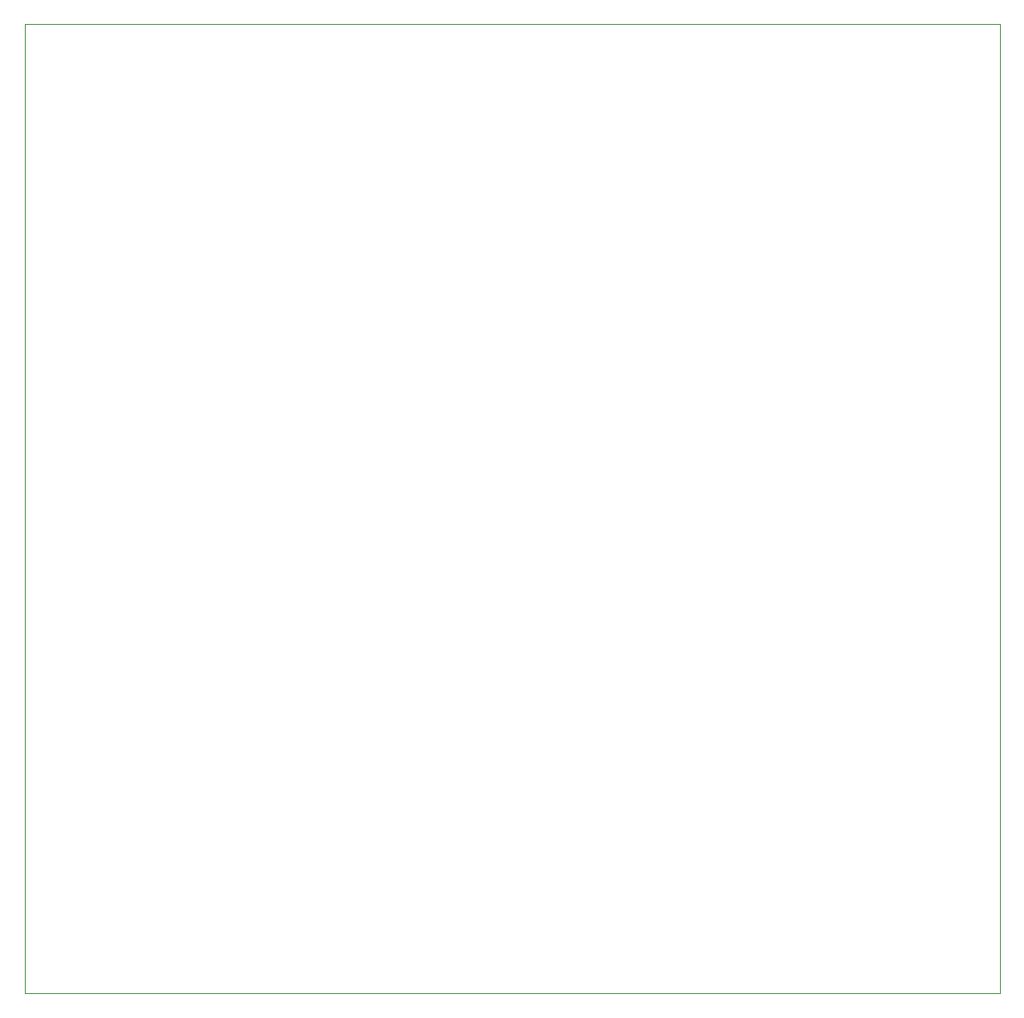
<source format=gm1>
G04 #@! TF.GenerationSoftware,KiCad,Pcbnew,(5.1.5)-3*
G04 #@! TF.CreationDate,2020-12-04T16:21:17+08:00*
G04 #@! TF.ProjectId,switch breakout,73776974-6368-4206-9272-65616b6f7574,rev?*
G04 #@! TF.SameCoordinates,Original*
G04 #@! TF.FileFunction,Profile,NP*
%FSLAX46Y46*%
G04 Gerber Fmt 4.6, Leading zero omitted, Abs format (unit mm)*
G04 Created by KiCad (PCBNEW (5.1.5)-3) date 2020-12-04 16:21:17*
%MOMM*%
%LPD*%
G04 APERTURE LIST*
%ADD10C,0.050000*%
G04 APERTURE END LIST*
D10*
X14415139Y-111537136D02*
X110679841Y-111537168D01*
X14414783Y-92996111D02*
X14415139Y-111537136D01*
X110679841Y-111537168D02*
X110679999Y-92996251D01*
X14414783Y-54388111D02*
X14414783Y-73723861D01*
X110679999Y-92996251D02*
X110679999Y-73724001D01*
X110679999Y-73724001D02*
X110679999Y-54388251D01*
X14414783Y-73723861D02*
X14414783Y-92996111D01*
X110679999Y-35116001D02*
X110679999Y-15780251D01*
X110679999Y-15780251D02*
X52386999Y-15780251D01*
X110679999Y-54388251D02*
X110679999Y-35116001D01*
X14414783Y-35115861D02*
X14414783Y-54388111D01*
X52386999Y-15780251D02*
X33845783Y-15780111D01*
X33845783Y-15780111D02*
X14414783Y-15780111D01*
X14414783Y-15780111D02*
X14414783Y-35115861D01*
M02*

</source>
